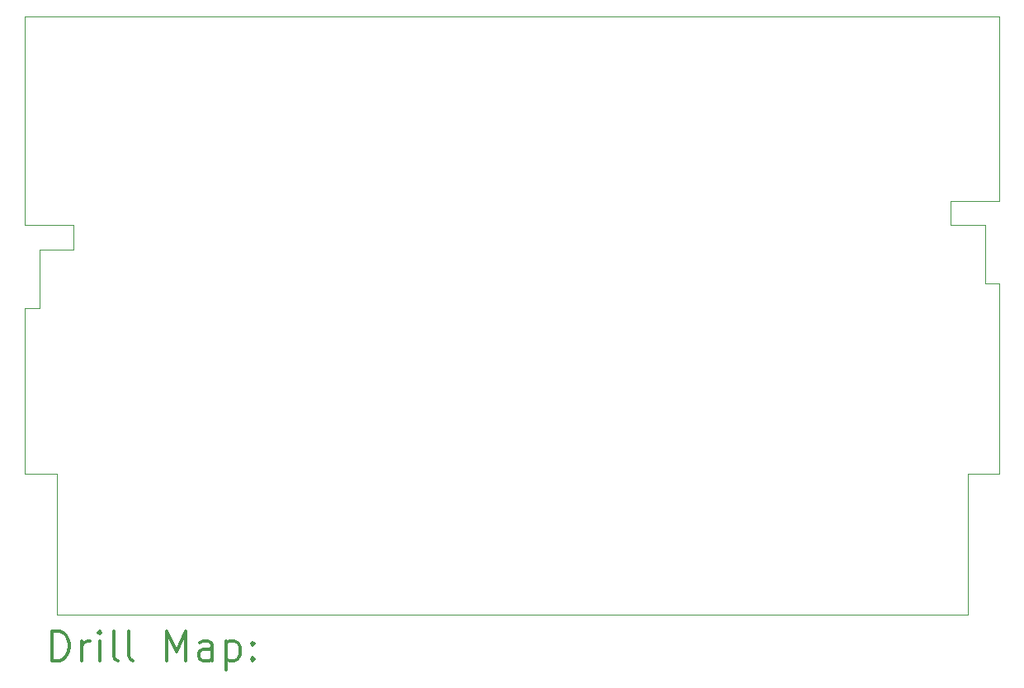
<source format=gbr>
%FSLAX45Y45*%
G04 Gerber Fmt 4.5, Leading zero omitted, Abs format (unit mm)*
G04 Created by KiCad (PCBNEW 5.1.5+dfsg1-2build2) date 2023-04-13 22:57:35*
%MOMM*%
%LPD*%
G04 APERTURE LIST*
%TA.AperFunction,Profile*%
%ADD10C,0.100000*%
%TD*%
%ADD11C,0.200000*%
%ADD12C,0.300000*%
G04 APERTURE END LIST*
D10*
X9165000Y-8590000D02*
X19165000Y-8590000D01*
X9165000Y-10735000D02*
X9165000Y-8590000D01*
X9665000Y-10735000D02*
X9165000Y-10735000D01*
X9665000Y-10985000D02*
X9665000Y-10735000D01*
X9315000Y-10985000D02*
X9665000Y-10985000D01*
X9315000Y-11585000D02*
X9315000Y-10985000D01*
X9165000Y-11585000D02*
X9315000Y-11585000D01*
X9165000Y-13285000D02*
X9165000Y-11585000D01*
X19165000Y-11335000D02*
X19165000Y-13285000D01*
X19015000Y-11335000D02*
X19165000Y-11335000D01*
X19015000Y-10735000D02*
X19015000Y-11335000D01*
X18665000Y-10735000D02*
X19015000Y-10735000D01*
X18665000Y-10485000D02*
X18665000Y-10735000D01*
X19165000Y-10485000D02*
X18665000Y-10485000D01*
X19165000Y-8590000D02*
X19165000Y-10485000D01*
X9490000Y-13285000D02*
X9165000Y-13285000D01*
X9490000Y-14735000D02*
X9490000Y-13285000D01*
X18840000Y-14735000D02*
X9490000Y-14735000D01*
X18840000Y-13285000D02*
X18840000Y-14735000D01*
X19165000Y-13285000D02*
X18840000Y-13285000D01*
D11*
D12*
X9446428Y-15205714D02*
X9446428Y-14905714D01*
X9517857Y-14905714D01*
X9560714Y-14920000D01*
X9589286Y-14948571D01*
X9603571Y-14977143D01*
X9617857Y-15034286D01*
X9617857Y-15077143D01*
X9603571Y-15134286D01*
X9589286Y-15162857D01*
X9560714Y-15191429D01*
X9517857Y-15205714D01*
X9446428Y-15205714D01*
X9746428Y-15205714D02*
X9746428Y-15005714D01*
X9746428Y-15062857D02*
X9760714Y-15034286D01*
X9775000Y-15020000D01*
X9803571Y-15005714D01*
X9832143Y-15005714D01*
X9932143Y-15205714D02*
X9932143Y-15005714D01*
X9932143Y-14905714D02*
X9917857Y-14920000D01*
X9932143Y-14934286D01*
X9946428Y-14920000D01*
X9932143Y-14905714D01*
X9932143Y-14934286D01*
X10117857Y-15205714D02*
X10089286Y-15191429D01*
X10075000Y-15162857D01*
X10075000Y-14905714D01*
X10275000Y-15205714D02*
X10246428Y-15191429D01*
X10232143Y-15162857D01*
X10232143Y-14905714D01*
X10617857Y-15205714D02*
X10617857Y-14905714D01*
X10717857Y-15120000D01*
X10817857Y-14905714D01*
X10817857Y-15205714D01*
X11089286Y-15205714D02*
X11089286Y-15048571D01*
X11075000Y-15020000D01*
X11046428Y-15005714D01*
X10989286Y-15005714D01*
X10960714Y-15020000D01*
X11089286Y-15191429D02*
X11060714Y-15205714D01*
X10989286Y-15205714D01*
X10960714Y-15191429D01*
X10946428Y-15162857D01*
X10946428Y-15134286D01*
X10960714Y-15105714D01*
X10989286Y-15091429D01*
X11060714Y-15091429D01*
X11089286Y-15077143D01*
X11232143Y-15005714D02*
X11232143Y-15305714D01*
X11232143Y-15020000D02*
X11260714Y-15005714D01*
X11317857Y-15005714D01*
X11346428Y-15020000D01*
X11360714Y-15034286D01*
X11375000Y-15062857D01*
X11375000Y-15148571D01*
X11360714Y-15177143D01*
X11346428Y-15191429D01*
X11317857Y-15205714D01*
X11260714Y-15205714D01*
X11232143Y-15191429D01*
X11503571Y-15177143D02*
X11517857Y-15191429D01*
X11503571Y-15205714D01*
X11489286Y-15191429D01*
X11503571Y-15177143D01*
X11503571Y-15205714D01*
X11503571Y-15020000D02*
X11517857Y-15034286D01*
X11503571Y-15048571D01*
X11489286Y-15034286D01*
X11503571Y-15020000D01*
X11503571Y-15048571D01*
M02*

</source>
